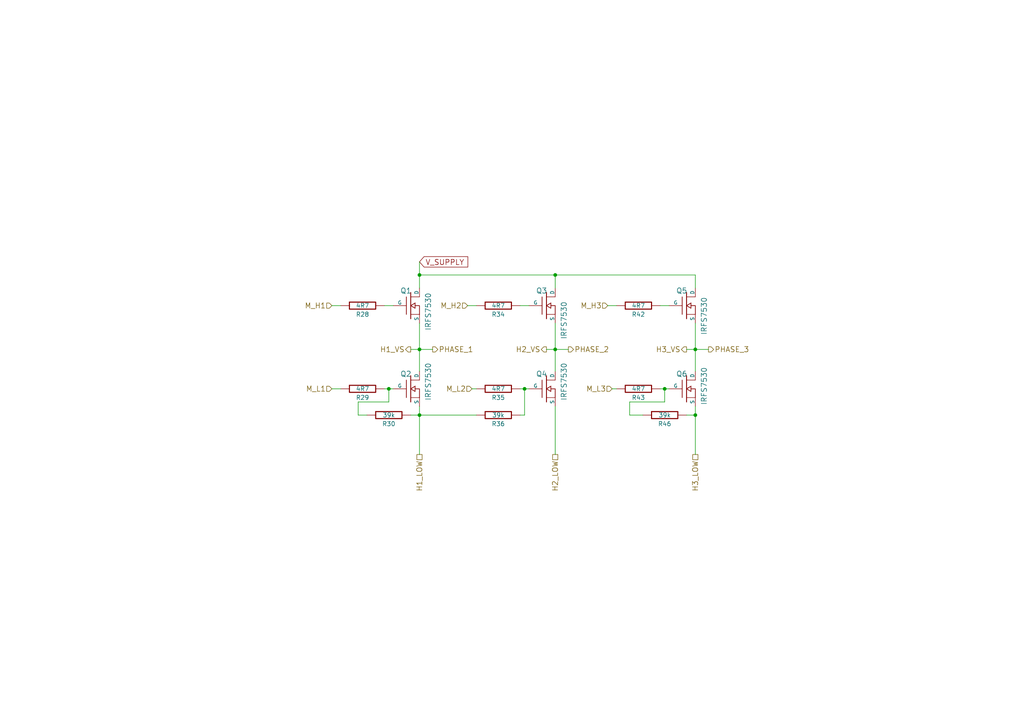
<source format=kicad_sch>
(kicad_sch (version 20230121) (generator eeschema)
  (paper "A4")
  (lib_symbols
    (symbol "BLDC_4-rescue:MOSFET_N" (pin_numbers hide) (pin_names (offset 0))
      (property "Reference" "Q" (at 0.254 4.318 0))
      (property "Value" "MOSFET_N" (at 0.254 -3.81 0))
      (symbol "MOSFET_N_0_1"
        (polyline (pts (xy -1.27 -2.54) (xy -1.27 2.54)) (stroke (width 0.2032)))
        (polyline (pts (xy 0 -3.81) (xy 0 3.81)) (stroke (width 0.254)))
        (polyline (pts (xy 2.54 -2.54) (xy 0 -2.54)))
        (polyline (pts (xy 2.54 2.54) (xy 0 2.54)))
        (polyline (pts (xy 2.54 -2.54) (xy 2.54 0) (xy 1.27 0)) (stroke (width 0.2032)))
        (polyline (pts (xy 1.27 0.762) (xy 1.27 -0.762) (xy 0 0) (xy 1.27 0.762) (xy 1.27 0.762)) (stroke (width 0.2032)))
      )
      (symbol "MOSFET_N_1_1"
        (pin passive line (at 2.54 5.08 270) (length 2.54) (name "D") (number "D"))
        (pin input line (at -5.08 0 0) (length 3.81) (name "G") (number "G"))
        (pin passive line (at 2.54 -5.08 90) (length 2.54) (name "S") (number "S"))
      )
    )
    (symbol "BLDC_4-rescue:R-RESCUE-BLDC_4" (pin_numbers hide) (pin_names (offset 0))
      (property "Reference" "R" (at 2.032 0 90))
      (property "Value" "R-RESCUE-BLDC_4" (at 0.1778 0.0254 90))
      (symbol "R-RESCUE-BLDC_4_0_1"
        (rectangle (start -1.016 3.81) (end 1.016 -3.81) (stroke (width 0.3048)))
      )
      (symbol "R-RESCUE-BLDC_4_1_1"
        (pin passive line (at 0 6.35 270) (length 2.54) (name "~") (number "1"))
        (pin passive line (at 0 -6.35 90) (length 2.54) (name "~") (number "2"))
      )
    )
  )
  (junction (at 201.676 101.346))
  (junction (at 121.666 120.396))
  (junction (at 121.666 101.346))
  (junction (at 152.146 112.776))
  (junction (at 161.036 101.346))
  (junction (at 192.786 112.776))
  (junction (at 201.676 120.396))
  (junction (at 161.036 79.756))
  (junction (at 121.666 79.756))
  (junction (at 112.776 112.776))
  (wire (pts (xy 96.266 112.776) (xy 98.806 112.776)))
  (wire (pts (xy 119.126 120.396) (xy 121.666 120.396)))
  (wire (pts (xy 158.496 101.346) (xy 161.036 101.346)))
  (wire (pts (xy 192.786 112.776) (xy 192.786 116.586)))
  (wire (pts (xy 191.516 112.776) (xy 192.786 112.776)))
  (wire (pts (xy 112.776 112.776) (xy 112.776 116.586)))
  (wire (pts (xy 112.776 116.586) (xy 103.886 116.586)))
  (wire (pts (xy 111.506 112.776) (xy 112.776 112.776)))
  (wire (pts (xy 201.676 79.756) (xy 201.676 83.566)))
  (wire (pts (xy 121.666 75.946) (xy 121.666 79.756)))
  (wire (pts (xy 192.786 112.776) (xy 194.056 112.776)))
  (wire (pts (xy 182.626 120.396) (xy 186.436 120.396)))
  (wire (pts (xy 161.036 117.856) (xy 161.036 131.826)))
  (wire (pts (xy 121.666 93.726) (xy 121.666 101.346)))
  (wire (pts (xy 150.876 120.396) (xy 152.146 120.396)))
  (wire (pts (xy 201.676 101.346) (xy 201.676 107.696)))
  (wire (pts (xy 177.546 112.776) (xy 178.816 112.776)))
  (wire (pts (xy 161.036 101.346) (xy 161.036 107.696)))
  (wire (pts (xy 201.676 120.396) (xy 201.676 131.826)))
  (wire (pts (xy 112.776 112.776) (xy 114.046 112.776)))
  (wire (pts (xy 135.636 88.646) (xy 138.176 88.646)))
  (wire (pts (xy 199.136 120.396) (xy 201.676 120.396)))
  (wire (pts (xy 121.666 79.756) (xy 161.036 79.756)))
  (wire (pts (xy 161.036 93.726) (xy 161.036 101.346)))
  (wire (pts (xy 119.126 101.346) (xy 121.666 101.346)))
  (wire (pts (xy 103.886 120.396) (xy 106.426 120.396)))
  (wire (pts (xy 161.036 79.756) (xy 201.676 79.756)))
  (wire (pts (xy 191.516 88.646) (xy 194.056 88.646)))
  (wire (pts (xy 201.676 117.856) (xy 201.676 120.396)))
  (wire (pts (xy 201.676 93.726) (xy 201.676 101.346)))
  (wire (pts (xy 176.276 88.646) (xy 178.816 88.646)))
  (wire (pts (xy 121.666 117.856) (xy 121.666 120.396)))
  (wire (pts (xy 103.886 116.586) (xy 103.886 120.396)))
  (wire (pts (xy 201.676 101.346) (xy 205.486 101.346)))
  (wire (pts (xy 192.786 116.586) (xy 182.626 116.586)))
  (wire (pts (xy 150.876 112.776) (xy 152.146 112.776)))
  (wire (pts (xy 152.146 112.776) (xy 153.416 112.776)))
  (wire (pts (xy 150.876 88.646) (xy 153.416 88.646)))
  (wire (pts (xy 96.266 88.646) (xy 98.806 88.646)))
  (wire (pts (xy 152.146 120.396) (xy 152.146 112.776)))
  (wire (pts (xy 161.036 101.346) (xy 164.846 101.346)))
  (wire (pts (xy 136.906 112.776) (xy 138.176 112.776)))
  (wire (pts (xy 121.666 120.396) (xy 121.666 131.826)))
  (wire (pts (xy 121.666 101.346) (xy 125.476 101.346)))
  (wire (pts (xy 161.036 79.756) (xy 161.036 83.566)))
  (wire (pts (xy 182.626 116.586) (xy 182.626 120.396)))
  (wire (pts (xy 121.666 79.756) (xy 121.666 83.566)))
  (wire (pts (xy 199.136 101.346) (xy 201.676 101.346)))
  (wire (pts (xy 121.666 101.346) (xy 121.666 107.696)))
  (wire (pts (xy 121.666 120.396) (xy 138.176 120.396)))
  (wire (pts (xy 111.506 88.646) (xy 114.046 88.646)))
  (global_label "V_SUPPLY" (shape input) (at 121.666 75.946 0) (effects (font (size 1.524 1.524))) (property "Intersheetrefs" "${INTERSHEET_REFS}" (effects hide)))
  (hierarchical_label "M_H3" (shape input) (at 176.276 88.646 180) (effects (font (size 1.524 1.524))))
  (hierarchical_label "H3_LOW" (shape passive) (at 201.676 131.826 270) (effects (font (size 1.524 1.524))))
  (hierarchical_label "M_L2" (shape input) (at 136.906 112.776 180) (effects (font (size 1.524 1.524))))
  (hierarchical_label "PHASE_2" (shape output) (at 164.846 101.346 0) (effects (font (size 1.524 1.524))))
  (hierarchical_label "H3_VS" (shape output) (at 199.136 101.346 180) (effects (font (size 1.524 1.524))))
  (hierarchical_label "M_L3" (shape input) (at 177.546 112.776 180) (effects (font (size 1.524 1.524))))
  (hierarchical_label "H2_VS" (shape output) (at 158.496 101.346 180) (effects (font (size 1.524 1.524))))
  (hierarchical_label "M_H1" (shape input) (at 96.266 88.646 180) (effects (font (size 1.524 1.524))))
  (hierarchical_label "H1_VS" (shape output) (at 119.126 101.346 180) (effects (font (size 1.524 1.524))))
  (hierarchical_label "M_H2" (shape input) (at 135.636 88.646 180) (effects (font (size 1.524 1.524))))
  (hierarchical_label "M_L1" (shape input) (at 96.266 112.776 180) (effects (font (size 1.524 1.524))))
  (hierarchical_label "H2_LOW" (shape passive) (at 161.036 131.826 270) (effects (font (size 1.524 1.524))))
  (hierarchical_label "PHASE_3" (shape output) (at 205.486 101.346 0) (effects (font (size 1.524 1.524))))
  (hierarchical_label "H1_LOW" (shape passive) (at 121.666 131.826 270) (effects (font (size 1.524 1.524))))
  (hierarchical_label "PHASE_1" (shape output) (at 125.476 101.346 0) (effects (font (size 1.524 1.524))))
  (symbol (lib_id "BLDC_4-rescue:MOSFET_N") (at 119.126 88.646 0) (unit 1)
    (property "Reference" "Q1" (at 119.38 84.328 0) (effects (font (size 1.524 1.524)) (justify right)))
    (property "Value" "IRFS7530" (at 124.206 84.836 90) (effects (font (size 1.524 1.524)) (justify right)))
    (property "Footprint" "Y!:D2PAK-7-GDS" (effects hide))
    (instances (project "BLDC_4" (path "" (reference "Q1") (unit 1))) (project "ESC MAO" (path "" (reference "Q1") (unit 1)) (path "" (reference "Q7") (unit 1))))
  )
  (symbol (lib_id "BLDC_4-rescue:R-RESCUE-BLDC_4") (at 144.526 88.646 270) (unit 1)
    (property "Reference" "R34" (at 144.526 91.186 90))
    (property "Value" "4R7" (at 144.526 88.646 90))
    (property "Footprint" "Resistor_SMD:R_0201_0603Metric_Pad0.64x0.40mm_HandSolder" (effects hide))
    (instances (project "BLDC_4" (path "" (reference "R34") (unit 1))) (project "ESC MAO" (path "" (reference "R33") (unit 1)) (path "" (reference "R49") (unit 1))))
  )
  (symbol (lib_id "BLDC_4-rescue:R-RESCUE-BLDC_4") (at 105.156 112.776 270) (unit 1)
    (property "Reference" "R29" (at 105.156 115.316 90))
    (property "Value" "4R7" (at 105.156 112.776 90))
    (property "Footprint" "Resistor_SMD:R_0201_0603Metric_Pad0.64x0.40mm_HandSolder" (effects hide))
    (instances (project "BLDC_4" (path "" (reference "R29") (unit 1))) (project "ESC MAO" (path "" (reference "R31") (unit 1)) (path "" (reference "R47") (unit 1))))
  )
  (symbol (lib_id "BLDC_4-rescue:MOSFET_N") (at 199.136 112.776 0) (unit 1)
    (property "Reference" "Q6" (at 199.39 108.458 0) (effects (font (size 1.524 1.524)) (justify right)))
    (property "Value" "IRFS7530" (at 204.216 106.426 90) (effects (font (size 1.524 1.524)) (justify right)))
    (property "Footprint" "Y!:D2PAK-7-GDS" (effects hide))
    (instances (project "BLDC_4" (path "" (reference "Q6") (unit 1))) (project "ESC MAO" (path "" (reference "Q6") (unit 1)) (path "" (reference "Q12") (unit 1))))
  )
  (symbol (lib_id "BLDC_4-rescue:R-RESCUE-BLDC_4") (at 144.526 112.776 270) (unit 1)
    (property "Reference" "R35" (at 144.526 115.316 90))
    (property "Value" "4R7" (at 144.526 112.776 90))
    (property "Footprint" "Resistor_SMD:R_0201_0603Metric_Pad0.64x0.40mm_HandSolder" (effects hide))
    (instances (project "BLDC_4" (path "" (reference "R35") (unit 1))) (project "ESC MAO" (path "" (reference "R34") (unit 1)) (path "" (reference "R50") (unit 1))))
  )
  (symbol (lib_id "BLDC_4-rescue:R-RESCUE-BLDC_4") (at 112.776 120.396 270) (unit 1)
    (property "Reference" "R30" (at 112.776 122.936 90))
    (property "Value" "39k" (at 112.776 120.396 90))
    (property "Footprint" "Resistor_SMD:R_0402_1005Metric_Pad0.72x0.64mm_HandSolder" (effects hide))
    (instances (project "BLDC_4" (path "" (reference "R30") (unit 1))) (project "ESC MAO" (path "" (reference "R32") (unit 1)) (path "" (reference "R48") (unit 1))))
  )
  (symbol (lib_id "BLDC_4-rescue:MOSFET_N") (at 158.496 112.776 0) (unit 1)
    (property "Reference" "Q4" (at 158.75 108.458 0) (effects (font (size 1.524 1.524)) (justify right)))
    (property "Value" "IRFS7530" (at 163.576 105.156 90) (effects (font (size 1.524 1.524)) (justify right)))
    (property "Footprint" "Y!:D2PAK-7-GDS" (effects hide))
    (instances (project "BLDC_4" (path "" (reference "Q4") (unit 1))) (project "ESC MAO" (path "" (reference "Q4") (unit 1)) (path "" (reference "Q10") (unit 1))))
  )
  (symbol (lib_id "BLDC_4-rescue:MOSFET_N") (at 158.496 88.646 0) (unit 1)
    (property "Reference" "Q3" (at 158.75 84.328 0) (effects (font (size 1.524 1.524)) (justify right)))
    (property "Value" "IRFS7530" (at 163.576 87.376 90) (effects (font (size 1.524 1.524)) (justify right)))
    (property "Footprint" "Y!:D2PAK-7-GDS" (effects hide))
    (instances (project "BLDC_4" (path "" (reference "Q3") (unit 1))) (project "ESC MAO" (path "" (reference "Q3") (unit 1)) (path "" (reference "Q9") (unit 1))))
  )
  (symbol (lib_id "BLDC_4-rescue:MOSFET_N") (at 199.136 88.646 0) (unit 1)
    (property "Reference" "Q5" (at 199.39 84.328 0) (effects (font (size 1.524 1.524)) (justify right)))
    (property "Value" "IRFS7530" (at 204.216 86.106 90) (effects (font (size 1.524 1.524)) (justify right)))
    (property "Footprint" "Y!:D2PAK-7-GDS" (effects hide))
    (instances (project "BLDC_4" (path "" (reference "Q5") (unit 1))) (project "ESC MAO" (path "" (reference "Q5") (unit 1)) (path "" (reference "Q11") (unit 1))))
  )
  (symbol (lib_id "BLDC_4-rescue:R-RESCUE-BLDC_4") (at 185.166 112.776 270) (unit 1)
    (property "Reference" "R43" (at 185.166 115.316 90))
    (property "Value" "4R7" (at 185.166 112.776 90))
    (property "Footprint" "Resistor_SMD:R_0201_0603Metric_Pad0.64x0.40mm_HandSolder" (effects hide))
    (instances (project "BLDC_4" (path "" (reference "R43") (unit 1))) (project "ESC MAO" (path "" (reference "R37") (unit 1)) (path "" (reference "R53") (unit 1))))
  )
  (symbol (lib_id "BLDC_4-rescue:R-RESCUE-BLDC_4") (at 192.786 120.396 270) (unit 1)
    (property "Reference" "R46" (at 192.786 122.936 90))
    (property "Value" "39k" (at 192.786 120.396 90))
    (property "Footprint" "Resistor_SMD:R_0402_1005Metric_Pad0.72x0.64mm_HandSolder" (effects hide))
    (instances (project "BLDC_4" (path "" (reference "R46") (unit 1))) (project "ESC MAO" (path "" (reference "R38") (unit 1)) (path "" (reference "R54") (unit 1))))
  )
  (symbol (lib_id "BLDC_4-rescue:R-RESCUE-BLDC_4") (at 185.166 88.646 270) (unit 1)
    (property "Reference" "R42" (at 185.166 91.186 90))
    (property "Value" "4R7" (at 185.166 88.646 90))
    (property "Footprint" "Resistor_SMD:R_0201_0603Metric_Pad0.64x0.40mm_HandSolder" (effects hide))
    (instances (project "BLDC_4" (path "" (reference "R42") (unit 1))) (project "ESC MAO" (path "" (reference "R36") (unit 1)) (path "" (reference "R52") (unit 1))))
  )
  (symbol (lib_id "BLDC_4-rescue:R-RESCUE-BLDC_4") (at 105.156 88.646 270) (unit 1)
    (property "Reference" "R28" (at 105.156 91.186 90))
    (property "Value" "4R7" (at 105.156 88.646 90))
    (property "Footprint" "Resistor_SMD:R_0201_0603Metric_Pad0.64x0.40mm_HandSolder" (effects hide))
    (instances (project "BLDC_4" (path "" (reference "R28") (unit 1))) (project "ESC MAO" (path "" (reference "R30") (unit 1)) (path "" (reference "R46") (unit 1))))
  )
  (symbol (lib_id "BLDC_4-rescue:R-RESCUE-BLDC_4") (at 144.526 120.396 90) (unit 1)
    (property "Reference" "R36" (at 144.526 122.936 90))
    (property "Value" "39k" (at 144.526 120.396 90))
    (property "Footprint" "Resistor_SMD:R_0402_1005Metric_Pad0.72x0.64mm_HandSolder" (effects hide))
    (instances (project "BLDC_4" (path "" (reference "R36") (unit 1))) (project "ESC MAO" (path "" (reference "R35") (unit 1)) (path "" (reference "R51") (unit 1))))
  )
  (symbol (lib_id "BLDC_4-rescue:MOSFET_N") (at 119.126 112.776 0) (unit 1)
    (property "Reference" "Q2" (at 119.38 108.458 0) (effects (font (size 1.524 1.524)) (justify right)))
    (property "Value" "IRFS7530" (at 124.206 105.156 90) (effects (font (size 1.524 1.524)) (justify right)))
    (property "Footprint" "Y!:D2PAK-7-GDS" (effects hide))
    (instances (project "BLDC_4" (path "" (reference "Q2") (unit 1))) (project "ESC MAO" (path "" (reference "Q2") (unit 1)) (path "" (reference "Q8") (unit 1))))
  )
)
</source>
